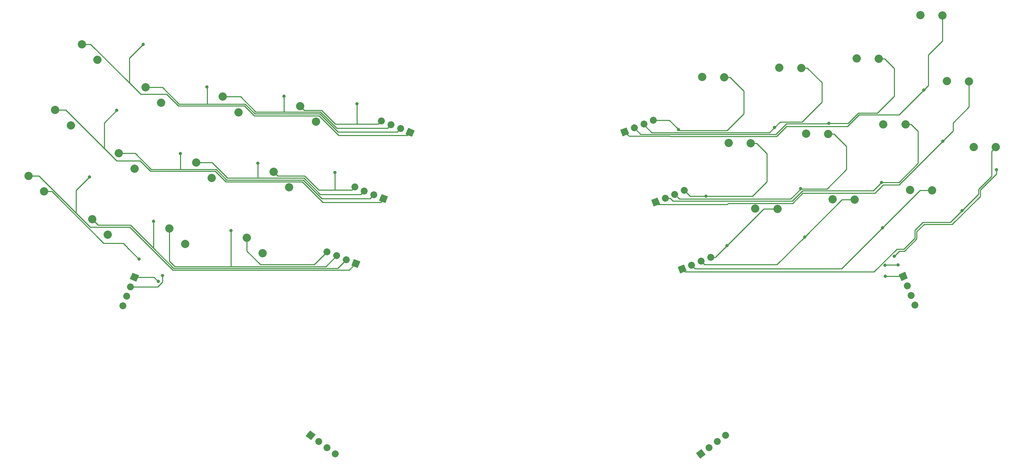
<source format=gbr>
G04 #@! TF.GenerationSoftware,KiCad,Pcbnew,(5.1.4)-1*
G04 #@! TF.CreationDate,2023-12-29T13:03:47-05:00*
G04 #@! TF.ProjectId,ThumbsUp,5468756d-6273-4557-902e-6b696361645f,rev?*
G04 #@! TF.SameCoordinates,Original*
G04 #@! TF.FileFunction,Copper,L1,Top*
G04 #@! TF.FilePolarity,Positive*
%FSLAX46Y46*%
G04 Gerber Fmt 4.6, Leading zero omitted, Abs format (unit mm)*
G04 Created by KiCad (PCBNEW (5.1.4)-1) date 2023-12-29 13:03:47*
%MOMM*%
%LPD*%
G04 APERTURE LIST*
%ADD10C,1.700000*%
%ADD11C,0.100000*%
%ADD12C,1.700000*%
%ADD13C,2.032000*%
%ADD14C,0.800000*%
%ADD15C,0.254000*%
G04 APERTURE END LIST*
D10*
X190350000Y-232890000D03*
D11*
G36*
X191456522Y-233359691D02*
G01*
X189880309Y-233996522D01*
X189243478Y-232420309D01*
X190819691Y-231783478D01*
X191456522Y-233359691D01*
X191456522Y-233359691D01*
G37*
D10*
X192705047Y-231938499D03*
D12*
X192705047Y-231938499D02*
X192705047Y-231938499D01*
D10*
X195060094Y-230986999D03*
D12*
X195060094Y-230986999D02*
X195060094Y-230986999D01*
D10*
X197415141Y-230035498D03*
D12*
X197415141Y-230035498D02*
X197415141Y-230035498D01*
D10*
X247624118Y-241777982D03*
D12*
X247624118Y-241777982D02*
X247624118Y-241777982D01*
D10*
X246672617Y-239422935D03*
D12*
X246672617Y-239422935D02*
X246672617Y-239422935D01*
D10*
X245721117Y-237067888D03*
D12*
X245721117Y-237067888D02*
X245721117Y-237067888D01*
D10*
X244769616Y-234712841D03*
D11*
G36*
X244299925Y-235819363D02*
G01*
X243663094Y-234243150D01*
X245239307Y-233606319D01*
X245876138Y-235182532D01*
X244299925Y-235819363D01*
X244299925Y-235819363D01*
G37*
D10*
X183300721Y-196237898D03*
D12*
X183300721Y-196237898D02*
X183300721Y-196237898D01*
D10*
X180945674Y-197189399D03*
D12*
X180945674Y-197189399D02*
X180945674Y-197189399D01*
D10*
X178590627Y-198140899D03*
D12*
X178590627Y-198140899D02*
X178590627Y-198140899D01*
D10*
X176235580Y-199092400D03*
D11*
G36*
X177342102Y-199562091D02*
G01*
X175765889Y-200198922D01*
X175129058Y-198622709D01*
X176705271Y-197985878D01*
X177342102Y-199562091D01*
X177342102Y-199562091D01*
G37*
D10*
X190915141Y-213535498D03*
D12*
X190915141Y-213535498D02*
X190915141Y-213535498D01*
D10*
X188560094Y-214486999D03*
D12*
X188560094Y-214486999D02*
X188560094Y-214486999D01*
D10*
X186205047Y-215438499D03*
D12*
X186205047Y-215438499D02*
X186205047Y-215438499D01*
D10*
X183850000Y-216390000D03*
D11*
G36*
X184956522Y-216859691D02*
G01*
X183380309Y-217496522D01*
X182743478Y-215920309D01*
X184319691Y-215283478D01*
X184956522Y-216859691D01*
X184956522Y-216859691D01*
G37*
D10*
X103020102Y-228685498D03*
D12*
X103020102Y-228685498D02*
X103020102Y-228685498D01*
D10*
X105375149Y-229636999D03*
D12*
X105375149Y-229636999D02*
X105375149Y-229636999D01*
D10*
X107730196Y-230588499D03*
D12*
X107730196Y-230588499D02*
X107730196Y-230588499D01*
D10*
X110085243Y-231540000D03*
D11*
G36*
X109615552Y-230433478D02*
G01*
X111191765Y-231070309D01*
X110554934Y-232646522D01*
X108978721Y-232009691D01*
X109615552Y-230433478D01*
X109615552Y-230433478D01*
G37*
D10*
X116900000Y-215540000D03*
D11*
G36*
X116430309Y-214433478D02*
G01*
X118006522Y-215070309D01*
X117369691Y-216646522D01*
X115793478Y-216009691D01*
X116430309Y-214433478D01*
X116430309Y-214433478D01*
G37*
D10*
X114544953Y-214588499D03*
D12*
X114544953Y-214588499D02*
X114544953Y-214588499D01*
D10*
X112189906Y-213636999D03*
D12*
X112189906Y-213636999D02*
X112189906Y-213636999D01*
D10*
X109834859Y-212685498D03*
D12*
X109834859Y-212685498D02*
X109834859Y-212685498D01*
D10*
X116392437Y-196379332D03*
D12*
X116392437Y-196379332D02*
X116392437Y-196379332D01*
D10*
X118747484Y-197330833D03*
D12*
X118747484Y-197330833D02*
X118747484Y-197330833D01*
D10*
X121102531Y-198282333D03*
D12*
X121102531Y-198282333D02*
X121102531Y-198282333D01*
D10*
X123457578Y-199233834D03*
D11*
G36*
X122987887Y-198127312D02*
G01*
X124564100Y-198764143D01*
X123927269Y-200340356D01*
X122351056Y-199703525D01*
X122987887Y-198127312D01*
X122987887Y-198127312D01*
G37*
D10*
X52781938Y-241970168D03*
D12*
X52781938Y-241970168D02*
X52781938Y-241970168D01*
D10*
X53733439Y-239615121D03*
D12*
X53733439Y-239615121D02*
X53733439Y-239615121D01*
D10*
X54684939Y-237260074D03*
D12*
X54684939Y-237260074D02*
X54684939Y-237260074D01*
D10*
X55636440Y-234905027D03*
D11*
G36*
X54529918Y-235374718D02*
G01*
X55166749Y-233798505D01*
X56742962Y-234435336D01*
X56106131Y-236011549D01*
X54529918Y-235374718D01*
X54529918Y-235374718D01*
G37*
D13*
X262077352Y-202805909D03*
X267499945Y-202879962D03*
X255521736Y-186580192D03*
X260944329Y-186654245D03*
X248966121Y-170354474D03*
X254388714Y-170428527D03*
X246422877Y-213444867D03*
X251845470Y-213518920D03*
X239867262Y-197219149D03*
X245289855Y-197293202D03*
X233311646Y-180993432D03*
X238734239Y-181067485D03*
X227396943Y-215739169D03*
X232819536Y-215813222D03*
X220841327Y-199513452D03*
X226263920Y-199587505D03*
X214285712Y-183287735D03*
X219708305Y-183361788D03*
X208371008Y-218033472D03*
X213793601Y-218107525D03*
X201815393Y-201807755D03*
X207237986Y-201881808D03*
X195259778Y-185582037D03*
X200682371Y-185656090D03*
X87143606Y-228997668D03*
X83294361Y-225177549D03*
X93699221Y-212771951D03*
X89849976Y-208951832D03*
X100254837Y-196546233D03*
X96405592Y-192726114D03*
X68117672Y-226703366D03*
X64268427Y-222883247D03*
X74673287Y-210477648D03*
X70824042Y-206657529D03*
X81228902Y-194251931D03*
X77379657Y-190431812D03*
X49091737Y-224409063D03*
X45242492Y-220588944D03*
X55647353Y-208183345D03*
X51798108Y-204363226D03*
X62202968Y-191957628D03*
X58353723Y-188137509D03*
X33437262Y-213770105D03*
X29588017Y-209949986D03*
X39992878Y-197544388D03*
X36143633Y-193724269D03*
X46548493Y-181318671D03*
X42699248Y-177498552D03*
D10*
X98983952Y-273902971D03*
D11*
G36*
X99151249Y-275093354D02*
G01*
X97793569Y-274070268D01*
X98816655Y-272712588D01*
X100174335Y-273735674D01*
X99151249Y-275093354D01*
X99151249Y-275093354D01*
G37*
D10*
X101012486Y-275431581D03*
D12*
X101012486Y-275431581D02*
X101012486Y-275431581D01*
D10*
X103041020Y-276960191D03*
D12*
X103041020Y-276960191D02*
X103041020Y-276960191D01*
D10*
X105069555Y-278488801D03*
D12*
X105069555Y-278488801D02*
X105069555Y-278488801D01*
D10*
X194958136Y-278427914D03*
D11*
G36*
X196148519Y-278595211D02*
G01*
X194790839Y-279618297D01*
X193767753Y-278260617D01*
X195125433Y-277237531D01*
X196148519Y-278595211D01*
X196148519Y-278595211D01*
G37*
D10*
X196986670Y-276899304D03*
D12*
X196986670Y-276899304D02*
X196986670Y-276899304D01*
D10*
X199015204Y-275370694D03*
D12*
X199015204Y-275370694D02*
X199015204Y-275370694D01*
D10*
X201043739Y-273842084D03*
D12*
X201043739Y-273842084D02*
X201043739Y-273842084D01*
D14*
X56740000Y-230440000D03*
X62510000Y-234510000D03*
X61500000Y-235950000D03*
X79420000Y-223380000D03*
X60360000Y-221130000D03*
X44610000Y-210170000D03*
X110410000Y-192180000D03*
X92390000Y-190280000D03*
X73440000Y-188000000D03*
X57780000Y-177530000D03*
X104930000Y-209090000D03*
X85950000Y-206790000D03*
X66930000Y-204470000D03*
X51300000Y-193820002D03*
X242520000Y-229770000D03*
X267677010Y-208394279D03*
X243467000Y-231913916D03*
X240264074Y-231944074D03*
X240347159Y-234712841D03*
X189470000Y-198522990D03*
X213100000Y-198050000D03*
X226460000Y-196992990D03*
X249785000Y-188785000D03*
X196200000Y-214930000D03*
X219532435Y-213069642D03*
X239439827Y-211529747D03*
X254439328Y-201419328D03*
X201375000Y-227165000D03*
X220495000Y-224995000D03*
X239635000Y-222745000D03*
X259205933Y-218475933D03*
D15*
X53930000Y-227600000D02*
X52850000Y-226520000D01*
X53930000Y-227630000D02*
X53930000Y-227600000D01*
X56740000Y-230440000D02*
X53930000Y-227630000D01*
X48080000Y-226520000D02*
X35330105Y-213770105D01*
X34874102Y-213770105D02*
X33437262Y-213770105D01*
X35330105Y-213770105D02*
X34874102Y-213770105D01*
X52850000Y-226520000D02*
X48080000Y-226520000D01*
X54684939Y-237260074D02*
X54685013Y-237260000D01*
X62510000Y-236095685D02*
X62510000Y-235075685D01*
X62510000Y-235075685D02*
X62510000Y-234510000D01*
X61345611Y-237260074D02*
X62510000Y-236095685D01*
X54684939Y-237260074D02*
X61345611Y-237260074D01*
X60455027Y-234905027D02*
X55636440Y-234905027D01*
X61500000Y-235950000D02*
X60455027Y-234905027D01*
X83294361Y-226614389D02*
X83294361Y-225177549D01*
X86650000Y-231810000D02*
X83294361Y-228454361D01*
X99895600Y-231810000D02*
X86650000Y-231810000D01*
X103020102Y-228685498D02*
X99895600Y-231810000D01*
X83294361Y-228454361D02*
X83294361Y-226614389D01*
X64268427Y-224320087D02*
X64268427Y-222883247D01*
X64268427Y-230928427D02*
X64268427Y-224320087D01*
X65604010Y-232264010D02*
X64268427Y-230928427D01*
X105375149Y-229636999D02*
X102748138Y-232264010D01*
X102748138Y-232264010D02*
X79484010Y-232264010D01*
X79484010Y-232264010D02*
X65604010Y-232264010D01*
X79484010Y-232264010D02*
X79420000Y-232200000D01*
X79420000Y-232200000D02*
X79420000Y-223945685D01*
X79420000Y-223945685D02*
X79420000Y-223380000D01*
X46733547Y-222079999D02*
X46258491Y-221604943D01*
X46258491Y-221604943D02*
X45242492Y-220588944D01*
X105600675Y-232718020D02*
X65280088Y-232718020D01*
X54642067Y-222079999D02*
X46733547Y-222079999D01*
X107730196Y-230588499D02*
X105600675Y-232718020D01*
X65280088Y-232718020D02*
X60246034Y-227683966D01*
X60246034Y-227683966D02*
X54642067Y-222079999D01*
X60381034Y-227818966D02*
X60246034Y-227683966D01*
X60360000Y-221130000D02*
X60360000Y-227797932D01*
X60360000Y-227797932D02*
X60381034Y-227818966D01*
X32152054Y-209949986D02*
X31024857Y-209949986D01*
X54454010Y-222534010D02*
X44736078Y-222534010D01*
X65092031Y-233172031D02*
X54454010Y-222534010D01*
X108453212Y-233172031D02*
X65092031Y-233172031D01*
X110085243Y-231540000D02*
X108453212Y-233172031D01*
X31024857Y-209949986D02*
X29588017Y-209949986D01*
X41276034Y-213503966D02*
X41276034Y-219073966D01*
X44610000Y-210170000D02*
X41276034Y-213503966D01*
X44736078Y-222534010D02*
X41276034Y-219073966D01*
X41276034Y-219073966D02*
X32152054Y-209949986D01*
X97419478Y-193740000D02*
X96405592Y-192726114D01*
X101613873Y-193740000D02*
X97419478Y-193740000D01*
X105023873Y-197150000D02*
X101613873Y-193740000D01*
X116392437Y-196379332D02*
X115621769Y-197150000D01*
X110410000Y-197020000D02*
X110540000Y-197150000D01*
X110410000Y-192180000D02*
X110410000Y-197020000D01*
X115621769Y-197150000D02*
X110540000Y-197150000D01*
X110540000Y-197150000D02*
X105023873Y-197150000D01*
X78816497Y-190431812D02*
X77379657Y-190431812D01*
X118747484Y-197330833D02*
X117897485Y-198180832D01*
X81735948Y-190431812D02*
X78816497Y-190431812D01*
X85504136Y-194200000D02*
X81735948Y-190431812D01*
X105412637Y-198180832D02*
X101431805Y-194200000D01*
X117897485Y-198180832D02*
X105412637Y-198180832D01*
X92390000Y-194190000D02*
X92400000Y-194200000D01*
X92390000Y-190280000D02*
X92390000Y-194190000D01*
X101431805Y-194200000D02*
X92400000Y-194200000D01*
X92400000Y-194200000D02*
X85504136Y-194200000D01*
X82896079Y-192234011D02*
X78481942Y-192234010D01*
X78481942Y-192234010D02*
X78467932Y-192220000D01*
X85316078Y-194654010D02*
X82896079Y-192234011D01*
X121102531Y-198282333D02*
X120252532Y-199132332D01*
X105722069Y-199132332D02*
X101243748Y-194654011D01*
X101243748Y-194654011D02*
X85316078Y-194654010D01*
X66580000Y-192220000D02*
X62497509Y-188137509D01*
X62497509Y-188137509D02*
X59790563Y-188137509D01*
X59790563Y-188137509D02*
X58353723Y-188137509D01*
X120252532Y-199132332D02*
X105722069Y-199132332D01*
X78467932Y-192220000D02*
X73540000Y-192220000D01*
X73540000Y-192220000D02*
X66580000Y-192220000D01*
X73540000Y-188100000D02*
X73540000Y-192220000D01*
X73440000Y-188000000D02*
X73540000Y-188100000D01*
X78279875Y-192674011D02*
X66391942Y-192674010D01*
X66391942Y-192674010D02*
X63521943Y-189804011D01*
X63521943Y-189804011D02*
X57164011Y-189804011D01*
X85128020Y-195108020D02*
X82708021Y-192688021D01*
X44136088Y-177498552D02*
X42699248Y-177498552D01*
X44858552Y-177498552D02*
X44136088Y-177498552D01*
X78293884Y-192688020D02*
X78279875Y-192674011D01*
X101055690Y-195108021D02*
X85128020Y-195108020D01*
X105905160Y-199957491D02*
X101055690Y-195108021D01*
X82708021Y-192688021D02*
X78293884Y-192688020D01*
X122733921Y-199957491D02*
X105905160Y-199957491D01*
X123457578Y-199233834D02*
X122733921Y-199957491D01*
X57164011Y-189804011D02*
X54475000Y-187115000D01*
X54475000Y-187115000D02*
X44858552Y-177498552D01*
X54440000Y-187080000D02*
X54475000Y-187115000D01*
X57780000Y-177530000D02*
X54440000Y-180870000D01*
X54440000Y-180870000D02*
X54440000Y-187080000D01*
X90865975Y-209967831D02*
X89849976Y-208951832D01*
X97497831Y-209967831D02*
X90865975Y-209967831D01*
X100950000Y-213420000D02*
X97497831Y-209967831D01*
X109834859Y-212685498D02*
X109100357Y-213420000D01*
X104930000Y-209655685D02*
X104930000Y-213420000D01*
X104930000Y-209090000D02*
X104930000Y-209655685D01*
X109100357Y-213420000D02*
X104930000Y-213420000D01*
X104930000Y-213420000D02*
X100950000Y-213420000D01*
X78525989Y-210475989D02*
X74707529Y-206657529D01*
X111339907Y-214486998D02*
X101329066Y-214486998D01*
X101329066Y-214486998D02*
X97318057Y-210475989D01*
X72260882Y-206657529D02*
X70824042Y-206657529D01*
X74707529Y-206657529D02*
X72260882Y-206657529D01*
X112189906Y-213636999D02*
X111339907Y-214486998D01*
X85950000Y-210461978D02*
X85964011Y-210475989D01*
X85950000Y-206790000D02*
X85950000Y-210461978D01*
X97318057Y-210475989D02*
X85964011Y-210475989D01*
X85964011Y-210475989D02*
X78525989Y-210475989D01*
X53234948Y-204363226D02*
X51798108Y-204363226D01*
X55813226Y-204363226D02*
X53234948Y-204363226D01*
X59770000Y-208320000D02*
X55813226Y-204363226D01*
X114481501Y-214588499D02*
X113550000Y-215520000D01*
X114544953Y-214588499D02*
X114481501Y-214588499D01*
X113550000Y-215520000D02*
X101720000Y-215520000D01*
X101720000Y-215520000D02*
X97130000Y-210930000D01*
X97130000Y-210930000D02*
X78320000Y-210930000D01*
X78320000Y-210930000D02*
X75710000Y-208320000D01*
X75710000Y-208320000D02*
X67100000Y-208320000D01*
X67100000Y-208320000D02*
X59770000Y-208320000D01*
X66930000Y-208290000D02*
X66900000Y-208320000D01*
X66930000Y-204470000D02*
X66930000Y-208290000D01*
X37580473Y-193724269D02*
X36143633Y-193724269D01*
X38744269Y-193724269D02*
X37580473Y-193724269D01*
X57030000Y-206250000D02*
X51270000Y-206250000D01*
X75514010Y-208774010D02*
X59554010Y-208774010D01*
X59554010Y-208774010D02*
X57030000Y-206250000D01*
X116900000Y-215810000D02*
X116240000Y-216470000D01*
X116900000Y-215540000D02*
X116900000Y-215810000D01*
X116240000Y-216470000D02*
X101990000Y-216470000D01*
X101990000Y-216470000D02*
X96904010Y-211384010D01*
X96904010Y-211384010D02*
X78124010Y-211384010D01*
X78124010Y-211384010D02*
X75514010Y-208774010D01*
X51270000Y-206250000D02*
X46435000Y-201415000D01*
X46435000Y-201415000D02*
X38744269Y-193724269D01*
X51289998Y-193820002D02*
X51300000Y-193820002D01*
X48200000Y-196910000D02*
X51289998Y-193820002D01*
X46435000Y-201415000D02*
X48200000Y-203180000D01*
X48200000Y-203180000D02*
X48200000Y-196910000D01*
X267677010Y-208959964D02*
X267677010Y-208394279D01*
X267677010Y-209472990D02*
X267677010Y-208959964D01*
X263700000Y-213450000D02*
X267677010Y-209472990D01*
X263700000Y-215010000D02*
X263700000Y-213450000D01*
X256800000Y-221910000D02*
X263700000Y-215010000D01*
X242520000Y-229770000D02*
X243830000Y-228460000D01*
X243830000Y-228460000D02*
X245050000Y-228460000D01*
X245050000Y-228460000D02*
X248080000Y-225430000D01*
X248080000Y-225430000D02*
X248080000Y-223710000D01*
X248080000Y-223710000D02*
X249880000Y-221910000D01*
X249880000Y-221910000D02*
X256800000Y-221910000D01*
X240294232Y-231913916D02*
X240264074Y-231944074D01*
X243467000Y-231913916D02*
X240294232Y-231913916D01*
X244769616Y-234712841D02*
X240347159Y-234712841D01*
X187184908Y-196237898D02*
X189070001Y-198122991D01*
X189070001Y-198122991D02*
X189470000Y-198522990D01*
X183300721Y-196237898D02*
X187184908Y-196237898D01*
X189717010Y-198770000D02*
X189470000Y-198522990D01*
X201400000Y-198770000D02*
X189717010Y-198770000D01*
X205540000Y-194630000D02*
X201400000Y-198770000D01*
X205540000Y-189076879D02*
X205540000Y-194630000D01*
X200682371Y-185656090D02*
X202119211Y-185656090D01*
X202119211Y-185656090D02*
X205540000Y-189076879D01*
X180945674Y-197335674D02*
X180945674Y-197189399D01*
X182860000Y-199250000D02*
X180945674Y-197335674D01*
X211900000Y-199250000D02*
X182860000Y-199250000D01*
X221145145Y-183361788D02*
X224740000Y-186956643D01*
X224740000Y-186956643D02*
X224740000Y-191750000D01*
X224740000Y-191750000D02*
X219870000Y-196620000D01*
X219870000Y-196620000D02*
X214530000Y-196620000D01*
X219708305Y-183361788D02*
X221145145Y-183361788D01*
X214530000Y-196620000D02*
X213100000Y-198050000D01*
X213100000Y-198050000D02*
X211900000Y-199250000D01*
X226472990Y-196980000D02*
X226460000Y-196992990D01*
X231150000Y-196980000D02*
X226472990Y-196980000D01*
X240171079Y-181067485D02*
X242550000Y-183446406D01*
X238734239Y-181067485D02*
X240171079Y-181067485D01*
X242550000Y-183446406D02*
X242550000Y-190310000D01*
X242550000Y-190310000D02*
X238430000Y-194430000D01*
X238430000Y-194430000D02*
X233700000Y-194430000D01*
X233700000Y-194430000D02*
X231150000Y-196980000D01*
X226340000Y-197112990D02*
X226460000Y-196992990D01*
X215997010Y-197112990D02*
X226340000Y-197112990D01*
X213405990Y-199704010D02*
X215997010Y-197112990D01*
X178590627Y-198140899D02*
X180153738Y-199704010D01*
X180153738Y-199704010D02*
X213405990Y-199704010D01*
X176959237Y-199816057D02*
X176235580Y-199092400D01*
X177301200Y-200158020D02*
X176959237Y-199816057D01*
X187340000Y-200200000D02*
X187298020Y-200158020D01*
X213552066Y-200200000D02*
X187340000Y-200200000D01*
X187298020Y-200158020D02*
X177301200Y-200158020D01*
X216032066Y-197720000D02*
X213552066Y-200200000D01*
X231052068Y-197720000D02*
X216032066Y-197720000D01*
X243685990Y-194884010D02*
X233888058Y-194884010D01*
X233888058Y-194884010D02*
X231052068Y-197720000D01*
X249785000Y-188785000D02*
X243685990Y-194884010D01*
X250900000Y-187670000D02*
X249785000Y-188785000D01*
X250900000Y-180170000D02*
X250900000Y-187670000D01*
X254388714Y-170428527D02*
X254388714Y-176681286D01*
X254388714Y-176681286D02*
X250900000Y-180170000D01*
X208674826Y-201881808D02*
X211200000Y-204406982D01*
X207237986Y-201881808D02*
X208674826Y-201881808D01*
X211200000Y-204406982D02*
X211200000Y-211370000D01*
X211200000Y-211370000D02*
X207640000Y-214930000D01*
X191765140Y-214385497D02*
X190915141Y-213535498D01*
X192309643Y-214930000D02*
X191765140Y-214385497D01*
X207640000Y-214930000D02*
X196200000Y-214930000D01*
X196200000Y-214930000D02*
X192309643Y-214930000D01*
X189410093Y-215336998D02*
X188560094Y-214486999D01*
X189730096Y-215657001D02*
X189410093Y-215336998D01*
X217082999Y-215657001D02*
X189730096Y-215657001D01*
X227700760Y-199587505D02*
X230790000Y-202676745D01*
X226263920Y-199587505D02*
X227700760Y-199587505D01*
X230790000Y-202676745D02*
X230790000Y-208360000D01*
X230790000Y-208360000D02*
X226010000Y-213140000D01*
X226010000Y-213140000D02*
X219600000Y-213140000D01*
X219600000Y-213140000D02*
X217082999Y-215657001D01*
X245289855Y-197293202D02*
X246726695Y-197293202D01*
X243686843Y-211529747D02*
X240005512Y-211529747D01*
X188128629Y-216160000D02*
X217470000Y-216160000D01*
X187407128Y-215438499D02*
X188128629Y-216160000D01*
X220035990Y-213594010D02*
X237375564Y-213594010D01*
X248354853Y-198921360D02*
X248354853Y-206861737D01*
X248354853Y-206861737D02*
X243686843Y-211529747D01*
X186205047Y-215438499D02*
X187407128Y-215438499D01*
X217470000Y-216160000D02*
X220035990Y-213594010D01*
X237375564Y-213594010D02*
X239039828Y-211929746D01*
X240005512Y-211529747D02*
X239439827Y-211529747D01*
X239039828Y-211929746D02*
X239439827Y-211529747D01*
X246726695Y-197293202D02*
X248354853Y-198921360D01*
X184450000Y-216990000D02*
X183850000Y-216390000D01*
X217581595Y-216690471D02*
X201719529Y-216690471D01*
X220052066Y-214220000D02*
X217581595Y-216690471D01*
X201420000Y-216990000D02*
X184450000Y-216990000D01*
X201719529Y-216690471D02*
X201420000Y-216990000D01*
X237760000Y-214220000D02*
X220052066Y-214220000D01*
X260944329Y-192975671D02*
X257000000Y-196920000D01*
X257000000Y-196920000D02*
X257000000Y-198858656D01*
X260944329Y-186654245D02*
X260944329Y-192975671D01*
X243728656Y-212130000D02*
X239850000Y-212130000D01*
X239850000Y-212130000D02*
X237760000Y-214220000D01*
X257000000Y-198858656D02*
X254439328Y-201419328D01*
X254439328Y-201419328D02*
X243728656Y-212130000D01*
X198617222Y-230035498D02*
X197415141Y-230035498D01*
X198617222Y-229922778D02*
X198617222Y-230035498D01*
X213793601Y-218107525D02*
X210432475Y-218107525D01*
X210432475Y-218107525D02*
X201375000Y-227165000D01*
X201375000Y-227165000D02*
X198617222Y-229922778D01*
X195910093Y-231836998D02*
X195060094Y-230986999D01*
X213653002Y-231836998D02*
X195910093Y-231836998D01*
X232819536Y-215813222D02*
X229676778Y-215813222D01*
X229676778Y-215813222D02*
X220495000Y-224995000D01*
X220495000Y-224995000D02*
X213653002Y-231836998D01*
X193555046Y-232788498D02*
X192705047Y-231938499D01*
X229591502Y-232788498D02*
X193555046Y-232788498D01*
X251845470Y-213518920D02*
X248861080Y-213518920D01*
X248861080Y-213518920D02*
X239635000Y-222745000D01*
X239635000Y-222745000D02*
X229591502Y-232788498D01*
X263245989Y-213261943D02*
X263245989Y-214434011D01*
X237566343Y-233613657D02*
X191073657Y-233613657D01*
X247610000Y-225257932D02*
X244911942Y-227955990D01*
X249590000Y-221370000D02*
X247610000Y-223350000D01*
X243224010Y-227955990D02*
X237566343Y-233613657D01*
X247610000Y-223350000D02*
X247610000Y-225257932D01*
X244911942Y-227955990D02*
X243224010Y-227955990D01*
X266483946Y-210023986D02*
X263245989Y-213261943D01*
X266483946Y-203895961D02*
X266483946Y-210023986D01*
X267499945Y-202879962D02*
X266483946Y-203895961D01*
X263245989Y-214434011D02*
X256310000Y-221370000D01*
X191073657Y-233613657D02*
X190350000Y-232890000D01*
X256310000Y-221370000D02*
X249590000Y-221370000D01*
M02*

</source>
